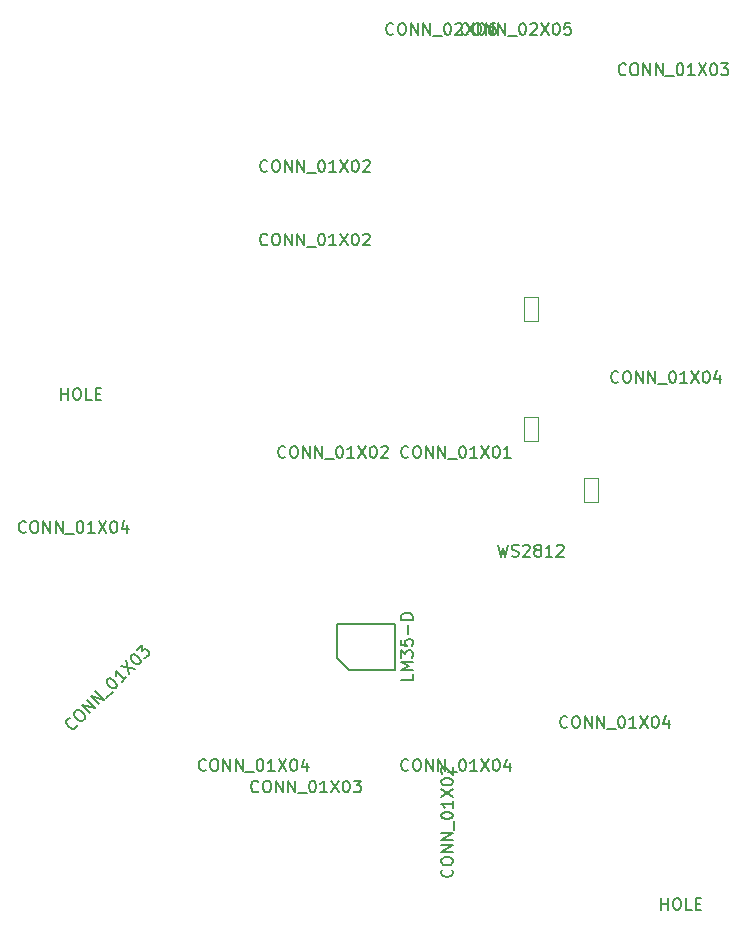
<source format=gbr>
G04 #@! TF.GenerationSoftware,KiCad,Pcbnew,5.0.0-rc2*
G04 #@! TF.CreationDate,2018-12-02T13:55:14-05:00*
G04 #@! TF.ProjectId,uno,756E6F2E6B696361645F706362000000,v1.0*
G04 #@! TF.SameCoordinates,Original*
G04 #@! TF.FileFunction,Other,Fab,Top*
%FSLAX46Y46*%
G04 Gerber Fmt 4.6, Leading zero omitted, Abs format (unit mm)*
G04 Created by KiCad (PCBNEW 5.0.0-rc2) date Sun Dec  2 13:55:14 2018*
%MOMM*%
%LPD*%
G01*
G04 APERTURE LIST*
%ADD10C,0.150000*%
%ADD11C,0.100000*%
G04 APERTURE END LIST*
D10*
G04 #@! TO.C,U6*
X57240000Y-85405000D02*
X57240000Y-82505000D01*
X57240000Y-82505000D02*
X62140000Y-82505000D01*
X62140000Y-82505000D02*
X62140000Y-86405000D01*
X62140000Y-86405000D02*
X58240000Y-86405000D01*
X58240000Y-86405000D02*
X57240000Y-85405000D01*
D11*
G04 #@! TO.C,C1*
X78115000Y-72200000D02*
X78115000Y-70200000D01*
X78115000Y-70200000D02*
X79365000Y-70200000D01*
X79365000Y-70200000D02*
X79365000Y-72200000D01*
X79365000Y-72200000D02*
X78115000Y-72200000D01*
G04 #@! TO.C,R1*
X73035000Y-65040000D02*
X74285000Y-65040000D01*
X73035000Y-67040000D02*
X73035000Y-65040000D01*
X74285000Y-67040000D02*
X73035000Y-67040000D01*
X74285000Y-65040000D02*
X74285000Y-67040000D01*
G04 #@! TO.C,R2*
X73035000Y-54880000D02*
X74285000Y-54880000D01*
X73035000Y-56880000D02*
X73035000Y-54880000D01*
X74285000Y-56880000D02*
X73035000Y-56880000D01*
X74285000Y-54880000D02*
X74285000Y-56880000D01*
G04 #@! TD*
G04 #@! TO.C,P1*
D10*
X63286190Y-94897142D02*
X63238571Y-94944761D01*
X63095714Y-94992380D01*
X63000476Y-94992380D01*
X62857619Y-94944761D01*
X62762380Y-94849523D01*
X62714761Y-94754285D01*
X62667142Y-94563809D01*
X62667142Y-94420952D01*
X62714761Y-94230476D01*
X62762380Y-94135238D01*
X62857619Y-94040000D01*
X63000476Y-93992380D01*
X63095714Y-93992380D01*
X63238571Y-94040000D01*
X63286190Y-94087619D01*
X63905238Y-93992380D02*
X64095714Y-93992380D01*
X64190952Y-94040000D01*
X64286190Y-94135238D01*
X64333809Y-94325714D01*
X64333809Y-94659047D01*
X64286190Y-94849523D01*
X64190952Y-94944761D01*
X64095714Y-94992380D01*
X63905238Y-94992380D01*
X63809999Y-94944761D01*
X63714761Y-94849523D01*
X63667142Y-94659047D01*
X63667142Y-94325714D01*
X63714761Y-94135238D01*
X63809999Y-94040000D01*
X63905238Y-93992380D01*
X64762380Y-94992380D02*
X64762380Y-93992380D01*
X65333809Y-94992380D01*
X65333809Y-93992380D01*
X65809999Y-94992380D02*
X65809999Y-93992380D01*
X66381428Y-94992380D01*
X66381428Y-93992380D01*
X66619523Y-95087619D02*
X67381428Y-95087619D01*
X67809999Y-93992380D02*
X67905238Y-93992380D01*
X68000476Y-94040000D01*
X68048095Y-94087619D01*
X68095714Y-94182857D01*
X68143333Y-94373333D01*
X68143333Y-94611428D01*
X68095714Y-94801904D01*
X68048095Y-94897142D01*
X68000476Y-94944761D01*
X67905238Y-94992380D01*
X67809999Y-94992380D01*
X67714761Y-94944761D01*
X67667142Y-94897142D01*
X67619523Y-94801904D01*
X67571904Y-94611428D01*
X67571904Y-94373333D01*
X67619523Y-94182857D01*
X67667142Y-94087619D01*
X67714761Y-94040000D01*
X67809999Y-93992380D01*
X69095714Y-94992380D02*
X68524285Y-94992380D01*
X68809999Y-94992380D02*
X68809999Y-93992380D01*
X68714761Y-94135238D01*
X68619523Y-94230476D01*
X68524285Y-94278095D01*
X69429047Y-93992380D02*
X70095714Y-94992380D01*
X70095714Y-93992380D02*
X69429047Y-94992380D01*
X70667142Y-93992380D02*
X70762380Y-93992380D01*
X70857619Y-94040000D01*
X70905238Y-94087619D01*
X70952857Y-94182857D01*
X71000476Y-94373333D01*
X71000476Y-94611428D01*
X70952857Y-94801904D01*
X70905238Y-94897142D01*
X70857619Y-94944761D01*
X70762380Y-94992380D01*
X70667142Y-94992380D01*
X70571904Y-94944761D01*
X70524285Y-94897142D01*
X70476666Y-94801904D01*
X70429047Y-94611428D01*
X70429047Y-94373333D01*
X70476666Y-94182857D01*
X70524285Y-94087619D01*
X70571904Y-94040000D01*
X70667142Y-93992380D01*
X71857619Y-94325714D02*
X71857619Y-94992380D01*
X71619523Y-93944761D02*
X71381428Y-94659047D01*
X72000476Y-94659047D01*
G04 #@! TO.C,U2*
X84693333Y-106751380D02*
X84693333Y-105751380D01*
X84693333Y-106227571D02*
X85264761Y-106227571D01*
X85264761Y-106751380D02*
X85264761Y-105751380D01*
X85931428Y-105751380D02*
X86121904Y-105751380D01*
X86217142Y-105799000D01*
X86312380Y-105894238D01*
X86359999Y-106084714D01*
X86359999Y-106418047D01*
X86312380Y-106608523D01*
X86217142Y-106703761D01*
X86121904Y-106751380D01*
X85931428Y-106751380D01*
X85836190Y-106703761D01*
X85740952Y-106608523D01*
X85693333Y-106418047D01*
X85693333Y-106084714D01*
X85740952Y-105894238D01*
X85836190Y-105799000D01*
X85931428Y-105751380D01*
X87264761Y-106751380D02*
X86788571Y-106751380D01*
X86788571Y-105751380D01*
X87598095Y-106227571D02*
X87931428Y-106227571D01*
X88074285Y-106751380D02*
X87598095Y-106751380D01*
X87598095Y-105751380D01*
X88074285Y-105751380D01*
G04 #@! TO.C,U3*
X33893333Y-63571380D02*
X33893333Y-62571380D01*
X33893333Y-63047571D02*
X34464761Y-63047571D01*
X34464761Y-63571380D02*
X34464761Y-62571380D01*
X35131428Y-62571380D02*
X35321904Y-62571380D01*
X35417142Y-62619000D01*
X35512380Y-62714238D01*
X35560000Y-62904714D01*
X35560000Y-63238047D01*
X35512380Y-63428523D01*
X35417142Y-63523761D01*
X35321904Y-63571380D01*
X35131428Y-63571380D01*
X35036190Y-63523761D01*
X34940952Y-63428523D01*
X34893333Y-63238047D01*
X34893333Y-62904714D01*
X34940952Y-62714238D01*
X35036190Y-62619000D01*
X35131428Y-62571380D01*
X36464761Y-63571380D02*
X35988571Y-63571380D01*
X35988571Y-62571380D01*
X36798095Y-63047571D02*
X37131428Y-63047571D01*
X37274285Y-63571380D02*
X36798095Y-63571380D01*
X36798095Y-62571380D01*
X37274285Y-62571380D01*
G04 #@! TO.C,LED1*
X70850476Y-75842380D02*
X71088571Y-76842380D01*
X71279047Y-76128095D01*
X71469523Y-76842380D01*
X71707619Y-75842380D01*
X72040952Y-76794761D02*
X72183809Y-76842380D01*
X72421904Y-76842380D01*
X72517142Y-76794761D01*
X72564761Y-76747142D01*
X72612380Y-76651904D01*
X72612380Y-76556666D01*
X72564761Y-76461428D01*
X72517142Y-76413809D01*
X72421904Y-76366190D01*
X72231428Y-76318571D01*
X72136190Y-76270952D01*
X72088571Y-76223333D01*
X72040952Y-76128095D01*
X72040952Y-76032857D01*
X72088571Y-75937619D01*
X72136190Y-75890000D01*
X72231428Y-75842380D01*
X72469523Y-75842380D01*
X72612380Y-75890000D01*
X72993333Y-75937619D02*
X73040952Y-75890000D01*
X73136190Y-75842380D01*
X73374285Y-75842380D01*
X73469523Y-75890000D01*
X73517142Y-75937619D01*
X73564761Y-76032857D01*
X73564761Y-76128095D01*
X73517142Y-76270952D01*
X72945714Y-76842380D01*
X73564761Y-76842380D01*
X74136190Y-76270952D02*
X74040952Y-76223333D01*
X73993333Y-76175714D01*
X73945714Y-76080476D01*
X73945714Y-76032857D01*
X73993333Y-75937619D01*
X74040952Y-75890000D01*
X74136190Y-75842380D01*
X74326666Y-75842380D01*
X74421904Y-75890000D01*
X74469523Y-75937619D01*
X74517142Y-76032857D01*
X74517142Y-76080476D01*
X74469523Y-76175714D01*
X74421904Y-76223333D01*
X74326666Y-76270952D01*
X74136190Y-76270952D01*
X74040952Y-76318571D01*
X73993333Y-76366190D01*
X73945714Y-76461428D01*
X73945714Y-76651904D01*
X73993333Y-76747142D01*
X74040952Y-76794761D01*
X74136190Y-76842380D01*
X74326666Y-76842380D01*
X74421904Y-76794761D01*
X74469523Y-76747142D01*
X74517142Y-76651904D01*
X74517142Y-76461428D01*
X74469523Y-76366190D01*
X74421904Y-76318571D01*
X74326666Y-76270952D01*
X75469523Y-76842380D02*
X74898095Y-76842380D01*
X75183809Y-76842380D02*
X75183809Y-75842380D01*
X75088571Y-75985238D01*
X74993333Y-76080476D01*
X74898095Y-76128095D01*
X75850476Y-75937619D02*
X75898095Y-75890000D01*
X75993333Y-75842380D01*
X76231428Y-75842380D01*
X76326666Y-75890000D01*
X76374285Y-75937619D01*
X76421904Y-76032857D01*
X76421904Y-76128095D01*
X76374285Y-76270952D01*
X75802857Y-76842380D01*
X76421904Y-76842380D01*
G04 #@! TO.C,P2*
X68366190Y-32563142D02*
X68318571Y-32610761D01*
X68175714Y-32658380D01*
X68080476Y-32658380D01*
X67937619Y-32610761D01*
X67842380Y-32515523D01*
X67794761Y-32420285D01*
X67747142Y-32229809D01*
X67747142Y-32086952D01*
X67794761Y-31896476D01*
X67842380Y-31801238D01*
X67937619Y-31706000D01*
X68080476Y-31658380D01*
X68175714Y-31658380D01*
X68318571Y-31706000D01*
X68366190Y-31753619D01*
X68985238Y-31658380D02*
X69175714Y-31658380D01*
X69270952Y-31706000D01*
X69366190Y-31801238D01*
X69413809Y-31991714D01*
X69413809Y-32325047D01*
X69366190Y-32515523D01*
X69270952Y-32610761D01*
X69175714Y-32658380D01*
X68985238Y-32658380D01*
X68890000Y-32610761D01*
X68794761Y-32515523D01*
X68747142Y-32325047D01*
X68747142Y-31991714D01*
X68794761Y-31801238D01*
X68890000Y-31706000D01*
X68985238Y-31658380D01*
X69842380Y-32658380D02*
X69842380Y-31658380D01*
X70413809Y-32658380D01*
X70413809Y-31658380D01*
X70890000Y-32658380D02*
X70890000Y-31658380D01*
X71461428Y-32658380D01*
X71461428Y-31658380D01*
X71699523Y-32753619D02*
X72461428Y-32753619D01*
X72890000Y-31658380D02*
X72985238Y-31658380D01*
X73080476Y-31706000D01*
X73128095Y-31753619D01*
X73175714Y-31848857D01*
X73223333Y-32039333D01*
X73223333Y-32277428D01*
X73175714Y-32467904D01*
X73128095Y-32563142D01*
X73080476Y-32610761D01*
X72985238Y-32658380D01*
X72890000Y-32658380D01*
X72794761Y-32610761D01*
X72747142Y-32563142D01*
X72699523Y-32467904D01*
X72651904Y-32277428D01*
X72651904Y-32039333D01*
X72699523Y-31848857D01*
X72747142Y-31753619D01*
X72794761Y-31706000D01*
X72890000Y-31658380D01*
X73604285Y-31753619D02*
X73651904Y-31706000D01*
X73747142Y-31658380D01*
X73985238Y-31658380D01*
X74080476Y-31706000D01*
X74128095Y-31753619D01*
X74175714Y-31848857D01*
X74175714Y-31944095D01*
X74128095Y-32086952D01*
X73556666Y-32658380D01*
X74175714Y-32658380D01*
X74509047Y-31658380D02*
X75175714Y-32658380D01*
X75175714Y-31658380D02*
X74509047Y-32658380D01*
X75747142Y-31658380D02*
X75842380Y-31658380D01*
X75937619Y-31706000D01*
X75985238Y-31753619D01*
X76032857Y-31848857D01*
X76080476Y-32039333D01*
X76080476Y-32277428D01*
X76032857Y-32467904D01*
X75985238Y-32563142D01*
X75937619Y-32610761D01*
X75842380Y-32658380D01*
X75747142Y-32658380D01*
X75651904Y-32610761D01*
X75604285Y-32563142D01*
X75556666Y-32467904D01*
X75509047Y-32277428D01*
X75509047Y-32039333D01*
X75556666Y-31848857D01*
X75604285Y-31753619D01*
X75651904Y-31706000D01*
X75747142Y-31658380D01*
X76985238Y-31658380D02*
X76509047Y-31658380D01*
X76461428Y-32134571D01*
X76509047Y-32086952D01*
X76604285Y-32039333D01*
X76842380Y-32039333D01*
X76937619Y-32086952D01*
X76985238Y-32134571D01*
X77032857Y-32229809D01*
X77032857Y-32467904D01*
X76985238Y-32563142D01*
X76937619Y-32610761D01*
X76842380Y-32658380D01*
X76604285Y-32658380D01*
X76509047Y-32610761D01*
X76461428Y-32563142D01*
G04 #@! TO.C,P3*
X51348190Y-50395142D02*
X51300571Y-50442761D01*
X51157714Y-50490380D01*
X51062476Y-50490380D01*
X50919619Y-50442761D01*
X50824380Y-50347523D01*
X50776761Y-50252285D01*
X50729142Y-50061809D01*
X50729142Y-49918952D01*
X50776761Y-49728476D01*
X50824380Y-49633238D01*
X50919619Y-49538000D01*
X51062476Y-49490380D01*
X51157714Y-49490380D01*
X51300571Y-49538000D01*
X51348190Y-49585619D01*
X51967238Y-49490380D02*
X52157714Y-49490380D01*
X52252952Y-49538000D01*
X52348190Y-49633238D01*
X52395809Y-49823714D01*
X52395809Y-50157047D01*
X52348190Y-50347523D01*
X52252952Y-50442761D01*
X52157714Y-50490380D01*
X51967238Y-50490380D01*
X51871999Y-50442761D01*
X51776761Y-50347523D01*
X51729142Y-50157047D01*
X51729142Y-49823714D01*
X51776761Y-49633238D01*
X51871999Y-49538000D01*
X51967238Y-49490380D01*
X52824380Y-50490380D02*
X52824380Y-49490380D01*
X53395809Y-50490380D01*
X53395809Y-49490380D01*
X53871999Y-50490380D02*
X53871999Y-49490380D01*
X54443428Y-50490380D01*
X54443428Y-49490380D01*
X54681523Y-50585619D02*
X55443428Y-50585619D01*
X55871999Y-49490380D02*
X55967238Y-49490380D01*
X56062476Y-49538000D01*
X56110095Y-49585619D01*
X56157714Y-49680857D01*
X56205333Y-49871333D01*
X56205333Y-50109428D01*
X56157714Y-50299904D01*
X56110095Y-50395142D01*
X56062476Y-50442761D01*
X55967238Y-50490380D01*
X55871999Y-50490380D01*
X55776761Y-50442761D01*
X55729142Y-50395142D01*
X55681523Y-50299904D01*
X55633904Y-50109428D01*
X55633904Y-49871333D01*
X55681523Y-49680857D01*
X55729142Y-49585619D01*
X55776761Y-49538000D01*
X55871999Y-49490380D01*
X57157714Y-50490380D02*
X56586285Y-50490380D01*
X56871999Y-50490380D02*
X56871999Y-49490380D01*
X56776761Y-49633238D01*
X56681523Y-49728476D01*
X56586285Y-49776095D01*
X57491047Y-49490380D02*
X58157714Y-50490380D01*
X58157714Y-49490380D02*
X57491047Y-50490380D01*
X58729142Y-49490380D02*
X58824380Y-49490380D01*
X58919619Y-49538000D01*
X58967238Y-49585619D01*
X59014857Y-49680857D01*
X59062476Y-49871333D01*
X59062476Y-50109428D01*
X59014857Y-50299904D01*
X58967238Y-50395142D01*
X58919619Y-50442761D01*
X58824380Y-50490380D01*
X58729142Y-50490380D01*
X58633904Y-50442761D01*
X58586285Y-50395142D01*
X58538666Y-50299904D01*
X58491047Y-50109428D01*
X58491047Y-49871333D01*
X58538666Y-49680857D01*
X58586285Y-49585619D01*
X58633904Y-49538000D01*
X58729142Y-49490380D01*
X59443428Y-49585619D02*
X59491047Y-49538000D01*
X59586285Y-49490380D01*
X59824380Y-49490380D01*
X59919619Y-49538000D01*
X59967238Y-49585619D01*
X60014857Y-49680857D01*
X60014857Y-49776095D01*
X59967238Y-49918952D01*
X59395809Y-50490380D01*
X60014857Y-50490380D01*
G04 #@! TO.C,P4*
X51348190Y-44173642D02*
X51300571Y-44221261D01*
X51157714Y-44268880D01*
X51062476Y-44268880D01*
X50919619Y-44221261D01*
X50824380Y-44126023D01*
X50776761Y-44030785D01*
X50729142Y-43840309D01*
X50729142Y-43697452D01*
X50776761Y-43506976D01*
X50824380Y-43411738D01*
X50919619Y-43316500D01*
X51062476Y-43268880D01*
X51157714Y-43268880D01*
X51300571Y-43316500D01*
X51348190Y-43364119D01*
X51967238Y-43268880D02*
X52157714Y-43268880D01*
X52252952Y-43316500D01*
X52348190Y-43411738D01*
X52395809Y-43602214D01*
X52395809Y-43935547D01*
X52348190Y-44126023D01*
X52252952Y-44221261D01*
X52157714Y-44268880D01*
X51967238Y-44268880D01*
X51871999Y-44221261D01*
X51776761Y-44126023D01*
X51729142Y-43935547D01*
X51729142Y-43602214D01*
X51776761Y-43411738D01*
X51871999Y-43316500D01*
X51967238Y-43268880D01*
X52824380Y-44268880D02*
X52824380Y-43268880D01*
X53395809Y-44268880D01*
X53395809Y-43268880D01*
X53871999Y-44268880D02*
X53871999Y-43268880D01*
X54443428Y-44268880D01*
X54443428Y-43268880D01*
X54681523Y-44364119D02*
X55443428Y-44364119D01*
X55871999Y-43268880D02*
X55967238Y-43268880D01*
X56062476Y-43316500D01*
X56110095Y-43364119D01*
X56157714Y-43459357D01*
X56205333Y-43649833D01*
X56205333Y-43887928D01*
X56157714Y-44078404D01*
X56110095Y-44173642D01*
X56062476Y-44221261D01*
X55967238Y-44268880D01*
X55871999Y-44268880D01*
X55776761Y-44221261D01*
X55729142Y-44173642D01*
X55681523Y-44078404D01*
X55633904Y-43887928D01*
X55633904Y-43649833D01*
X55681523Y-43459357D01*
X55729142Y-43364119D01*
X55776761Y-43316500D01*
X55871999Y-43268880D01*
X57157714Y-44268880D02*
X56586285Y-44268880D01*
X56871999Y-44268880D02*
X56871999Y-43268880D01*
X56776761Y-43411738D01*
X56681523Y-43506976D01*
X56586285Y-43554595D01*
X57491047Y-43268880D02*
X58157714Y-44268880D01*
X58157714Y-43268880D02*
X57491047Y-44268880D01*
X58729142Y-43268880D02*
X58824380Y-43268880D01*
X58919619Y-43316500D01*
X58967238Y-43364119D01*
X59014857Y-43459357D01*
X59062476Y-43649833D01*
X59062476Y-43887928D01*
X59014857Y-44078404D01*
X58967238Y-44173642D01*
X58919619Y-44221261D01*
X58824380Y-44268880D01*
X58729142Y-44268880D01*
X58633904Y-44221261D01*
X58586285Y-44173642D01*
X58538666Y-44078404D01*
X58491047Y-43887928D01*
X58491047Y-43649833D01*
X58538666Y-43459357D01*
X58586285Y-43364119D01*
X58633904Y-43316500D01*
X58729142Y-43268880D01*
X59443428Y-43364119D02*
X59491047Y-43316500D01*
X59586285Y-43268880D01*
X59824380Y-43268880D01*
X59919619Y-43316500D01*
X59967238Y-43364119D01*
X60014857Y-43459357D01*
X60014857Y-43554595D01*
X59967238Y-43697452D01*
X59395809Y-44268880D01*
X60014857Y-44268880D01*
G04 #@! TO.C,P5*
X46141190Y-94897142D02*
X46093571Y-94944761D01*
X45950714Y-94992380D01*
X45855476Y-94992380D01*
X45712619Y-94944761D01*
X45617380Y-94849523D01*
X45569761Y-94754285D01*
X45522142Y-94563809D01*
X45522142Y-94420952D01*
X45569761Y-94230476D01*
X45617380Y-94135238D01*
X45712619Y-94040000D01*
X45855476Y-93992380D01*
X45950714Y-93992380D01*
X46093571Y-94040000D01*
X46141190Y-94087619D01*
X46760238Y-93992380D02*
X46950714Y-93992380D01*
X47045952Y-94040000D01*
X47141190Y-94135238D01*
X47188809Y-94325714D01*
X47188809Y-94659047D01*
X47141190Y-94849523D01*
X47045952Y-94944761D01*
X46950714Y-94992380D01*
X46760238Y-94992380D01*
X46664999Y-94944761D01*
X46569761Y-94849523D01*
X46522142Y-94659047D01*
X46522142Y-94325714D01*
X46569761Y-94135238D01*
X46664999Y-94040000D01*
X46760238Y-93992380D01*
X47617380Y-94992380D02*
X47617380Y-93992380D01*
X48188809Y-94992380D01*
X48188809Y-93992380D01*
X48664999Y-94992380D02*
X48664999Y-93992380D01*
X49236428Y-94992380D01*
X49236428Y-93992380D01*
X49474523Y-95087619D02*
X50236428Y-95087619D01*
X50664999Y-93992380D02*
X50760238Y-93992380D01*
X50855476Y-94040000D01*
X50903095Y-94087619D01*
X50950714Y-94182857D01*
X50998333Y-94373333D01*
X50998333Y-94611428D01*
X50950714Y-94801904D01*
X50903095Y-94897142D01*
X50855476Y-94944761D01*
X50760238Y-94992380D01*
X50664999Y-94992380D01*
X50569761Y-94944761D01*
X50522142Y-94897142D01*
X50474523Y-94801904D01*
X50426904Y-94611428D01*
X50426904Y-94373333D01*
X50474523Y-94182857D01*
X50522142Y-94087619D01*
X50569761Y-94040000D01*
X50664999Y-93992380D01*
X51950714Y-94992380D02*
X51379285Y-94992380D01*
X51664999Y-94992380D02*
X51664999Y-93992380D01*
X51569761Y-94135238D01*
X51474523Y-94230476D01*
X51379285Y-94278095D01*
X52284047Y-93992380D02*
X52950714Y-94992380D01*
X52950714Y-93992380D02*
X52284047Y-94992380D01*
X53522142Y-93992380D02*
X53617380Y-93992380D01*
X53712619Y-94040000D01*
X53760238Y-94087619D01*
X53807857Y-94182857D01*
X53855476Y-94373333D01*
X53855476Y-94611428D01*
X53807857Y-94801904D01*
X53760238Y-94897142D01*
X53712619Y-94944761D01*
X53617380Y-94992380D01*
X53522142Y-94992380D01*
X53426904Y-94944761D01*
X53379285Y-94897142D01*
X53331666Y-94801904D01*
X53284047Y-94611428D01*
X53284047Y-94373333D01*
X53331666Y-94182857D01*
X53379285Y-94087619D01*
X53426904Y-94040000D01*
X53522142Y-93992380D01*
X54712619Y-94325714D02*
X54712619Y-94992380D01*
X54474523Y-93944761D02*
X54236428Y-94659047D01*
X54855476Y-94659047D01*
G04 #@! TO.C,P6*
X63286190Y-68377142D02*
X63238571Y-68424761D01*
X63095714Y-68472380D01*
X63000476Y-68472380D01*
X62857619Y-68424761D01*
X62762380Y-68329523D01*
X62714761Y-68234285D01*
X62667142Y-68043809D01*
X62667142Y-67900952D01*
X62714761Y-67710476D01*
X62762380Y-67615238D01*
X62857619Y-67520000D01*
X63000476Y-67472380D01*
X63095714Y-67472380D01*
X63238571Y-67520000D01*
X63286190Y-67567619D01*
X63905238Y-67472380D02*
X64095714Y-67472380D01*
X64190952Y-67520000D01*
X64286190Y-67615238D01*
X64333809Y-67805714D01*
X64333809Y-68139047D01*
X64286190Y-68329523D01*
X64190952Y-68424761D01*
X64095714Y-68472380D01*
X63905238Y-68472380D01*
X63809999Y-68424761D01*
X63714761Y-68329523D01*
X63667142Y-68139047D01*
X63667142Y-67805714D01*
X63714761Y-67615238D01*
X63809999Y-67520000D01*
X63905238Y-67472380D01*
X64762380Y-68472380D02*
X64762380Y-67472380D01*
X65333809Y-68472380D01*
X65333809Y-67472380D01*
X65809999Y-68472380D02*
X65809999Y-67472380D01*
X66381428Y-68472380D01*
X66381428Y-67472380D01*
X66619523Y-68567619D02*
X67381428Y-68567619D01*
X67809999Y-67472380D02*
X67905238Y-67472380D01*
X68000476Y-67520000D01*
X68048095Y-67567619D01*
X68095714Y-67662857D01*
X68143333Y-67853333D01*
X68143333Y-68091428D01*
X68095714Y-68281904D01*
X68048095Y-68377142D01*
X68000476Y-68424761D01*
X67905238Y-68472380D01*
X67809999Y-68472380D01*
X67714761Y-68424761D01*
X67667142Y-68377142D01*
X67619523Y-68281904D01*
X67571904Y-68091428D01*
X67571904Y-67853333D01*
X67619523Y-67662857D01*
X67667142Y-67567619D01*
X67714761Y-67520000D01*
X67809999Y-67472380D01*
X69095714Y-68472380D02*
X68524285Y-68472380D01*
X68809999Y-68472380D02*
X68809999Y-67472380D01*
X68714761Y-67615238D01*
X68619523Y-67710476D01*
X68524285Y-67758095D01*
X69429047Y-67472380D02*
X70095714Y-68472380D01*
X70095714Y-67472380D02*
X69429047Y-68472380D01*
X70667142Y-67472380D02*
X70762380Y-67472380D01*
X70857619Y-67520000D01*
X70905238Y-67567619D01*
X70952857Y-67662857D01*
X71000476Y-67853333D01*
X71000476Y-68091428D01*
X70952857Y-68281904D01*
X70905238Y-68377142D01*
X70857619Y-68424761D01*
X70762380Y-68472380D01*
X70667142Y-68472380D01*
X70571904Y-68424761D01*
X70524285Y-68377142D01*
X70476666Y-68281904D01*
X70429047Y-68091428D01*
X70429047Y-67853333D01*
X70476666Y-67662857D01*
X70524285Y-67567619D01*
X70571904Y-67520000D01*
X70667142Y-67472380D01*
X71952857Y-68472380D02*
X71381428Y-68472380D01*
X71667142Y-68472380D02*
X71667142Y-67472380D01*
X71571904Y-67615238D01*
X71476666Y-67710476D01*
X71381428Y-67758095D01*
G04 #@! TO.C,P7*
X62016190Y-32563142D02*
X61968571Y-32610761D01*
X61825714Y-32658380D01*
X61730476Y-32658380D01*
X61587619Y-32610761D01*
X61492380Y-32515523D01*
X61444761Y-32420285D01*
X61397142Y-32229809D01*
X61397142Y-32086952D01*
X61444761Y-31896476D01*
X61492380Y-31801238D01*
X61587619Y-31706000D01*
X61730476Y-31658380D01*
X61825714Y-31658380D01*
X61968571Y-31706000D01*
X62016190Y-31753619D01*
X62635238Y-31658380D02*
X62825714Y-31658380D01*
X62920952Y-31706000D01*
X63016190Y-31801238D01*
X63063809Y-31991714D01*
X63063809Y-32325047D01*
X63016190Y-32515523D01*
X62920952Y-32610761D01*
X62825714Y-32658380D01*
X62635238Y-32658380D01*
X62539999Y-32610761D01*
X62444761Y-32515523D01*
X62397142Y-32325047D01*
X62397142Y-31991714D01*
X62444761Y-31801238D01*
X62539999Y-31706000D01*
X62635238Y-31658380D01*
X63492380Y-32658380D02*
X63492380Y-31658380D01*
X64063809Y-32658380D01*
X64063809Y-31658380D01*
X64539999Y-32658380D02*
X64539999Y-31658380D01*
X65111428Y-32658380D01*
X65111428Y-31658380D01*
X65349523Y-32753619D02*
X66111428Y-32753619D01*
X66539999Y-31658380D02*
X66635238Y-31658380D01*
X66730476Y-31706000D01*
X66778095Y-31753619D01*
X66825714Y-31848857D01*
X66873333Y-32039333D01*
X66873333Y-32277428D01*
X66825714Y-32467904D01*
X66778095Y-32563142D01*
X66730476Y-32610761D01*
X66635238Y-32658380D01*
X66539999Y-32658380D01*
X66444761Y-32610761D01*
X66397142Y-32563142D01*
X66349523Y-32467904D01*
X66301904Y-32277428D01*
X66301904Y-32039333D01*
X66349523Y-31848857D01*
X66397142Y-31753619D01*
X66444761Y-31706000D01*
X66539999Y-31658380D01*
X67254285Y-31753619D02*
X67301904Y-31706000D01*
X67397142Y-31658380D01*
X67635238Y-31658380D01*
X67730476Y-31706000D01*
X67778095Y-31753619D01*
X67825714Y-31848857D01*
X67825714Y-31944095D01*
X67778095Y-32086952D01*
X67206666Y-32658380D01*
X67825714Y-32658380D01*
X68159047Y-31658380D02*
X68825714Y-32658380D01*
X68825714Y-31658380D02*
X68159047Y-32658380D01*
X69397142Y-31658380D02*
X69492380Y-31658380D01*
X69587619Y-31706000D01*
X69635238Y-31753619D01*
X69682857Y-31848857D01*
X69730476Y-32039333D01*
X69730476Y-32277428D01*
X69682857Y-32467904D01*
X69635238Y-32563142D01*
X69587619Y-32610761D01*
X69492380Y-32658380D01*
X69397142Y-32658380D01*
X69301904Y-32610761D01*
X69254285Y-32563142D01*
X69206666Y-32467904D01*
X69159047Y-32277428D01*
X69159047Y-32039333D01*
X69206666Y-31848857D01*
X69254285Y-31753619D01*
X69301904Y-31706000D01*
X69397142Y-31658380D01*
X70587619Y-31658380D02*
X70397142Y-31658380D01*
X70301904Y-31706000D01*
X70254285Y-31753619D01*
X70159047Y-31896476D01*
X70111428Y-32086952D01*
X70111428Y-32467904D01*
X70159047Y-32563142D01*
X70206666Y-32610761D01*
X70301904Y-32658380D01*
X70492380Y-32658380D01*
X70587619Y-32610761D01*
X70635238Y-32563142D01*
X70682857Y-32467904D01*
X70682857Y-32229809D01*
X70635238Y-32134571D01*
X70587619Y-32086952D01*
X70492380Y-32039333D01*
X70301904Y-32039333D01*
X70206666Y-32086952D01*
X70159047Y-32134571D01*
X70111428Y-32229809D01*
G04 #@! TO.C,P8*
X35220244Y-91075770D02*
X35220244Y-91143113D01*
X35152900Y-91277800D01*
X35085557Y-91345144D01*
X34950870Y-91412487D01*
X34816183Y-91412487D01*
X34715167Y-91378815D01*
X34546809Y-91277800D01*
X34445793Y-91176785D01*
X34344778Y-91008426D01*
X34311106Y-90907411D01*
X34311106Y-90772724D01*
X34378450Y-90638037D01*
X34445793Y-90570693D01*
X34580480Y-90503350D01*
X34647824Y-90503350D01*
X35018213Y-89998274D02*
X35152900Y-89863587D01*
X35253915Y-89829915D01*
X35388602Y-89829915D01*
X35556961Y-89930930D01*
X35792663Y-90166632D01*
X35893679Y-90334991D01*
X35893679Y-90469678D01*
X35860007Y-90570693D01*
X35725320Y-90705380D01*
X35624305Y-90739052D01*
X35489618Y-90739052D01*
X35321259Y-90638037D01*
X35085557Y-90402335D01*
X34984541Y-90233976D01*
X34984541Y-90099289D01*
X35018213Y-89998274D01*
X36331411Y-90099289D02*
X35624305Y-89392182D01*
X36735472Y-89695228D01*
X36028366Y-88988121D01*
X37072190Y-89358510D02*
X36365083Y-88651404D01*
X37476251Y-88954449D01*
X36769144Y-88247343D01*
X37711953Y-88853434D02*
X38250701Y-88314686D01*
X37779297Y-87237190D02*
X37846640Y-87169846D01*
X37947656Y-87136175D01*
X38014999Y-87136175D01*
X38116014Y-87169846D01*
X38284373Y-87270862D01*
X38452732Y-87439220D01*
X38553747Y-87607579D01*
X38587419Y-87708594D01*
X38587419Y-87775938D01*
X38553747Y-87876953D01*
X38486404Y-87944297D01*
X38385388Y-87977968D01*
X38318045Y-87977968D01*
X38217030Y-87944297D01*
X38048671Y-87843281D01*
X37880312Y-87674923D01*
X37779297Y-87506564D01*
X37745625Y-87405549D01*
X37745625Y-87338205D01*
X37779297Y-87237190D01*
X39395541Y-87035159D02*
X38991480Y-87439220D01*
X39193510Y-87237190D02*
X38486404Y-86530083D01*
X38520075Y-86698442D01*
X38520075Y-86833129D01*
X38486404Y-86934144D01*
X38924136Y-86092350D02*
X40102648Y-86328053D01*
X39395541Y-85620946D02*
X39631243Y-86799457D01*
X39799602Y-85216885D02*
X39866945Y-85149541D01*
X39967961Y-85115870D01*
X40035304Y-85115870D01*
X40136319Y-85149541D01*
X40304678Y-85250557D01*
X40473037Y-85418915D01*
X40574052Y-85587274D01*
X40607724Y-85688289D01*
X40607724Y-85755633D01*
X40574052Y-85856648D01*
X40506709Y-85923992D01*
X40405693Y-85957663D01*
X40338350Y-85957663D01*
X40237335Y-85923992D01*
X40068976Y-85822976D01*
X39900617Y-85654618D01*
X39799602Y-85486259D01*
X39765930Y-85385244D01*
X39765930Y-85317900D01*
X39799602Y-85216885D01*
X40271006Y-84745480D02*
X40708739Y-84307748D01*
X40742411Y-84812824D01*
X40843426Y-84711809D01*
X40944441Y-84678137D01*
X41011785Y-84678137D01*
X41112800Y-84711809D01*
X41281159Y-84880167D01*
X41314831Y-84981183D01*
X41314831Y-85048526D01*
X41281159Y-85149541D01*
X41079128Y-85351572D01*
X40978113Y-85385244D01*
X40910770Y-85385244D01*
G04 #@! TO.C,P9*
X81701190Y-35992142D02*
X81653571Y-36039761D01*
X81510714Y-36087380D01*
X81415476Y-36087380D01*
X81272619Y-36039761D01*
X81177380Y-35944523D01*
X81129761Y-35849285D01*
X81082142Y-35658809D01*
X81082142Y-35515952D01*
X81129761Y-35325476D01*
X81177380Y-35230238D01*
X81272619Y-35135000D01*
X81415476Y-35087380D01*
X81510714Y-35087380D01*
X81653571Y-35135000D01*
X81701190Y-35182619D01*
X82320238Y-35087380D02*
X82510714Y-35087380D01*
X82605952Y-35135000D01*
X82701190Y-35230238D01*
X82748809Y-35420714D01*
X82748809Y-35754047D01*
X82701190Y-35944523D01*
X82605952Y-36039761D01*
X82510714Y-36087380D01*
X82320238Y-36087380D01*
X82225000Y-36039761D01*
X82129761Y-35944523D01*
X82082142Y-35754047D01*
X82082142Y-35420714D01*
X82129761Y-35230238D01*
X82225000Y-35135000D01*
X82320238Y-35087380D01*
X83177380Y-36087380D02*
X83177380Y-35087380D01*
X83748809Y-36087380D01*
X83748809Y-35087380D01*
X84225000Y-36087380D02*
X84225000Y-35087380D01*
X84796428Y-36087380D01*
X84796428Y-35087380D01*
X85034523Y-36182619D02*
X85796428Y-36182619D01*
X86225000Y-35087380D02*
X86320238Y-35087380D01*
X86415476Y-35135000D01*
X86463095Y-35182619D01*
X86510714Y-35277857D01*
X86558333Y-35468333D01*
X86558333Y-35706428D01*
X86510714Y-35896904D01*
X86463095Y-35992142D01*
X86415476Y-36039761D01*
X86320238Y-36087380D01*
X86225000Y-36087380D01*
X86129761Y-36039761D01*
X86082142Y-35992142D01*
X86034523Y-35896904D01*
X85986904Y-35706428D01*
X85986904Y-35468333D01*
X86034523Y-35277857D01*
X86082142Y-35182619D01*
X86129761Y-35135000D01*
X86225000Y-35087380D01*
X87510714Y-36087380D02*
X86939285Y-36087380D01*
X87225000Y-36087380D02*
X87225000Y-35087380D01*
X87129761Y-35230238D01*
X87034523Y-35325476D01*
X86939285Y-35373095D01*
X87844047Y-35087380D02*
X88510714Y-36087380D01*
X88510714Y-35087380D02*
X87844047Y-36087380D01*
X89082142Y-35087380D02*
X89177380Y-35087380D01*
X89272619Y-35135000D01*
X89320238Y-35182619D01*
X89367857Y-35277857D01*
X89415476Y-35468333D01*
X89415476Y-35706428D01*
X89367857Y-35896904D01*
X89320238Y-35992142D01*
X89272619Y-36039761D01*
X89177380Y-36087380D01*
X89082142Y-36087380D01*
X88986904Y-36039761D01*
X88939285Y-35992142D01*
X88891666Y-35896904D01*
X88844047Y-35706428D01*
X88844047Y-35468333D01*
X88891666Y-35277857D01*
X88939285Y-35182619D01*
X88986904Y-35135000D01*
X89082142Y-35087380D01*
X89748809Y-35087380D02*
X90367857Y-35087380D01*
X90034523Y-35468333D01*
X90177380Y-35468333D01*
X90272619Y-35515952D01*
X90320238Y-35563571D01*
X90367857Y-35658809D01*
X90367857Y-35896904D01*
X90320238Y-35992142D01*
X90272619Y-36039761D01*
X90177380Y-36087380D01*
X89891666Y-36087380D01*
X89796428Y-36039761D01*
X89748809Y-35992142D01*
G04 #@! TO.C,P10*
X50586190Y-96702142D02*
X50538571Y-96749761D01*
X50395714Y-96797380D01*
X50300476Y-96797380D01*
X50157619Y-96749761D01*
X50062380Y-96654523D01*
X50014761Y-96559285D01*
X49967142Y-96368809D01*
X49967142Y-96225952D01*
X50014761Y-96035476D01*
X50062380Y-95940238D01*
X50157619Y-95845000D01*
X50300476Y-95797380D01*
X50395714Y-95797380D01*
X50538571Y-95845000D01*
X50586190Y-95892619D01*
X51205238Y-95797380D02*
X51395714Y-95797380D01*
X51490952Y-95845000D01*
X51586190Y-95940238D01*
X51633809Y-96130714D01*
X51633809Y-96464047D01*
X51586190Y-96654523D01*
X51490952Y-96749761D01*
X51395714Y-96797380D01*
X51205238Y-96797380D01*
X51109999Y-96749761D01*
X51014761Y-96654523D01*
X50967142Y-96464047D01*
X50967142Y-96130714D01*
X51014761Y-95940238D01*
X51109999Y-95845000D01*
X51205238Y-95797380D01*
X52062380Y-96797380D02*
X52062380Y-95797380D01*
X52633809Y-96797380D01*
X52633809Y-95797380D01*
X53109999Y-96797380D02*
X53109999Y-95797380D01*
X53681428Y-96797380D01*
X53681428Y-95797380D01*
X53919523Y-96892619D02*
X54681428Y-96892619D01*
X55109999Y-95797380D02*
X55205238Y-95797380D01*
X55300476Y-95845000D01*
X55348095Y-95892619D01*
X55395714Y-95987857D01*
X55443333Y-96178333D01*
X55443333Y-96416428D01*
X55395714Y-96606904D01*
X55348095Y-96702142D01*
X55300476Y-96749761D01*
X55205238Y-96797380D01*
X55109999Y-96797380D01*
X55014761Y-96749761D01*
X54967142Y-96702142D01*
X54919523Y-96606904D01*
X54871904Y-96416428D01*
X54871904Y-96178333D01*
X54919523Y-95987857D01*
X54967142Y-95892619D01*
X55014761Y-95845000D01*
X55109999Y-95797380D01*
X56395714Y-96797380D02*
X55824285Y-96797380D01*
X56109999Y-96797380D02*
X56109999Y-95797380D01*
X56014761Y-95940238D01*
X55919523Y-96035476D01*
X55824285Y-96083095D01*
X56729047Y-95797380D02*
X57395714Y-96797380D01*
X57395714Y-95797380D02*
X56729047Y-96797380D01*
X57967142Y-95797380D02*
X58062380Y-95797380D01*
X58157619Y-95845000D01*
X58205238Y-95892619D01*
X58252857Y-95987857D01*
X58300476Y-96178333D01*
X58300476Y-96416428D01*
X58252857Y-96606904D01*
X58205238Y-96702142D01*
X58157619Y-96749761D01*
X58062380Y-96797380D01*
X57967142Y-96797380D01*
X57871904Y-96749761D01*
X57824285Y-96702142D01*
X57776666Y-96606904D01*
X57729047Y-96416428D01*
X57729047Y-96178333D01*
X57776666Y-95987857D01*
X57824285Y-95892619D01*
X57871904Y-95845000D01*
X57967142Y-95797380D01*
X58633809Y-95797380D02*
X59252857Y-95797380D01*
X58919523Y-96178333D01*
X59062380Y-96178333D01*
X59157619Y-96225952D01*
X59205238Y-96273571D01*
X59252857Y-96368809D01*
X59252857Y-96606904D01*
X59205238Y-96702142D01*
X59157619Y-96749761D01*
X59062380Y-96797380D01*
X58776666Y-96797380D01*
X58681428Y-96749761D01*
X58633809Y-96702142D01*
G04 #@! TO.C,U6*
X63642380Y-86788333D02*
X63642380Y-87264523D01*
X62642380Y-87264523D01*
X63642380Y-86454999D02*
X62642380Y-86454999D01*
X63356666Y-86121666D01*
X62642380Y-85788333D01*
X63642380Y-85788333D01*
X62642380Y-85407380D02*
X62642380Y-84788333D01*
X63023333Y-85121666D01*
X63023333Y-84978809D01*
X63070952Y-84883571D01*
X63118571Y-84835952D01*
X63213809Y-84788333D01*
X63451904Y-84788333D01*
X63547142Y-84835952D01*
X63594761Y-84883571D01*
X63642380Y-84978809D01*
X63642380Y-85264523D01*
X63594761Y-85359761D01*
X63547142Y-85407380D01*
X62642380Y-83883571D02*
X62642380Y-84359761D01*
X63118571Y-84407380D01*
X63070952Y-84359761D01*
X63023333Y-84264523D01*
X63023333Y-84026428D01*
X63070952Y-83931190D01*
X63118571Y-83883571D01*
X63213809Y-83835952D01*
X63451904Y-83835952D01*
X63547142Y-83883571D01*
X63594761Y-83931190D01*
X63642380Y-84026428D01*
X63642380Y-84264523D01*
X63594761Y-84359761D01*
X63547142Y-84407380D01*
X63261428Y-83407380D02*
X63261428Y-82645476D01*
X63642380Y-82169285D02*
X62642380Y-82169285D01*
X62642380Y-81931190D01*
X62690000Y-81788333D01*
X62785238Y-81693095D01*
X62880476Y-81645476D01*
X63070952Y-81597857D01*
X63213809Y-81597857D01*
X63404285Y-81645476D01*
X63499523Y-81693095D01*
X63594761Y-81788333D01*
X63642380Y-81931190D01*
X63642380Y-82169285D01*
G04 #@! TO.C,P11*
X66957142Y-103337809D02*
X67004761Y-103385428D01*
X67052380Y-103528285D01*
X67052380Y-103623523D01*
X67004761Y-103766380D01*
X66909523Y-103861619D01*
X66814285Y-103909238D01*
X66623809Y-103956857D01*
X66480952Y-103956857D01*
X66290476Y-103909238D01*
X66195238Y-103861619D01*
X66099999Y-103766380D01*
X66052380Y-103623523D01*
X66052380Y-103528285D01*
X66099999Y-103385428D01*
X66147619Y-103337809D01*
X66052380Y-102718761D02*
X66052380Y-102528285D01*
X66099999Y-102433047D01*
X66195238Y-102337809D01*
X66385714Y-102290190D01*
X66719047Y-102290190D01*
X66909523Y-102337809D01*
X67004761Y-102433047D01*
X67052380Y-102528285D01*
X67052380Y-102718761D01*
X67004761Y-102814000D01*
X66909523Y-102909238D01*
X66719047Y-102956857D01*
X66385714Y-102956857D01*
X66195238Y-102909238D01*
X66099999Y-102814000D01*
X66052380Y-102718761D01*
X67052380Y-101861619D02*
X66052380Y-101861619D01*
X67052380Y-101290190D01*
X66052380Y-101290190D01*
X67052380Y-100814000D02*
X66052380Y-100814000D01*
X67052380Y-100242571D01*
X66052380Y-100242571D01*
X67147619Y-100004476D02*
X67147619Y-99242571D01*
X66052380Y-98814000D02*
X66052380Y-98718761D01*
X66100000Y-98623523D01*
X66147619Y-98575904D01*
X66242857Y-98528285D01*
X66433333Y-98480666D01*
X66671428Y-98480666D01*
X66861904Y-98528285D01*
X66957142Y-98575904D01*
X67004761Y-98623523D01*
X67052380Y-98718761D01*
X67052380Y-98814000D01*
X67004761Y-98909238D01*
X66957142Y-98956857D01*
X66861904Y-99004476D01*
X66671428Y-99052095D01*
X66433333Y-99052095D01*
X66242857Y-99004476D01*
X66147619Y-98956857D01*
X66100000Y-98909238D01*
X66052380Y-98814000D01*
X67052380Y-97528285D02*
X67052380Y-98099714D01*
X67052380Y-97814000D02*
X66052380Y-97814000D01*
X66195238Y-97909238D01*
X66290476Y-98004476D01*
X66338095Y-98099714D01*
X66052380Y-97194952D02*
X67052380Y-96528285D01*
X66052380Y-96528285D02*
X67052380Y-97194952D01*
X66052380Y-95956857D02*
X66052380Y-95861619D01*
X66100000Y-95766380D01*
X66147619Y-95718761D01*
X66242857Y-95671142D01*
X66433333Y-95623523D01*
X66671428Y-95623523D01*
X66861904Y-95671142D01*
X66957142Y-95718761D01*
X67004761Y-95766380D01*
X67052380Y-95861619D01*
X67052380Y-95956857D01*
X67004761Y-96052095D01*
X66957142Y-96099714D01*
X66861904Y-96147333D01*
X66671428Y-96194952D01*
X66433333Y-96194952D01*
X66242857Y-96147333D01*
X66147619Y-96099714D01*
X66100000Y-96052095D01*
X66052380Y-95956857D01*
X66147619Y-95242571D02*
X66100000Y-95194952D01*
X66052380Y-95099714D01*
X66052380Y-94861619D01*
X66100000Y-94766380D01*
X66147619Y-94718761D01*
X66242857Y-94671142D01*
X66338095Y-94671142D01*
X66480952Y-94718761D01*
X67052380Y-95290190D01*
X67052380Y-94671142D01*
G04 #@! TO.C,P12*
X52872190Y-68377142D02*
X52824571Y-68424761D01*
X52681714Y-68472380D01*
X52586476Y-68472380D01*
X52443619Y-68424761D01*
X52348380Y-68329523D01*
X52300761Y-68234285D01*
X52253142Y-68043809D01*
X52253142Y-67900952D01*
X52300761Y-67710476D01*
X52348380Y-67615238D01*
X52443619Y-67520000D01*
X52586476Y-67472380D01*
X52681714Y-67472380D01*
X52824571Y-67520000D01*
X52872190Y-67567619D01*
X53491238Y-67472380D02*
X53681714Y-67472380D01*
X53776952Y-67520000D01*
X53872190Y-67615238D01*
X53919809Y-67805714D01*
X53919809Y-68139047D01*
X53872190Y-68329523D01*
X53776952Y-68424761D01*
X53681714Y-68472380D01*
X53491238Y-68472380D01*
X53395999Y-68424761D01*
X53300761Y-68329523D01*
X53253142Y-68139047D01*
X53253142Y-67805714D01*
X53300761Y-67615238D01*
X53395999Y-67520000D01*
X53491238Y-67472380D01*
X54348380Y-68472380D02*
X54348380Y-67472380D01*
X54919809Y-68472380D01*
X54919809Y-67472380D01*
X55395999Y-68472380D02*
X55395999Y-67472380D01*
X55967428Y-68472380D01*
X55967428Y-67472380D01*
X56205523Y-68567619D02*
X56967428Y-68567619D01*
X57395999Y-67472380D02*
X57491238Y-67472380D01*
X57586476Y-67520000D01*
X57634095Y-67567619D01*
X57681714Y-67662857D01*
X57729333Y-67853333D01*
X57729333Y-68091428D01*
X57681714Y-68281904D01*
X57634095Y-68377142D01*
X57586476Y-68424761D01*
X57491238Y-68472380D01*
X57395999Y-68472380D01*
X57300761Y-68424761D01*
X57253142Y-68377142D01*
X57205523Y-68281904D01*
X57157904Y-68091428D01*
X57157904Y-67853333D01*
X57205523Y-67662857D01*
X57253142Y-67567619D01*
X57300761Y-67520000D01*
X57395999Y-67472380D01*
X58681714Y-68472380D02*
X58110285Y-68472380D01*
X58395999Y-68472380D02*
X58395999Y-67472380D01*
X58300761Y-67615238D01*
X58205523Y-67710476D01*
X58110285Y-67758095D01*
X59015047Y-67472380D02*
X59681714Y-68472380D01*
X59681714Y-67472380D02*
X59015047Y-68472380D01*
X60253142Y-67472380D02*
X60348380Y-67472380D01*
X60443619Y-67520000D01*
X60491238Y-67567619D01*
X60538857Y-67662857D01*
X60586476Y-67853333D01*
X60586476Y-68091428D01*
X60538857Y-68281904D01*
X60491238Y-68377142D01*
X60443619Y-68424761D01*
X60348380Y-68472380D01*
X60253142Y-68472380D01*
X60157904Y-68424761D01*
X60110285Y-68377142D01*
X60062666Y-68281904D01*
X60015047Y-68091428D01*
X60015047Y-67853333D01*
X60062666Y-67662857D01*
X60110285Y-67567619D01*
X60157904Y-67520000D01*
X60253142Y-67472380D01*
X60967428Y-67567619D02*
X61015047Y-67520000D01*
X61110285Y-67472380D01*
X61348380Y-67472380D01*
X61443619Y-67520000D01*
X61491238Y-67567619D01*
X61538857Y-67662857D01*
X61538857Y-67758095D01*
X61491238Y-67900952D01*
X60919809Y-68472380D01*
X61538857Y-68472380D01*
G04 #@! TO.C,P13*
X76748190Y-91237142D02*
X76700571Y-91284761D01*
X76557714Y-91332380D01*
X76462476Y-91332380D01*
X76319619Y-91284761D01*
X76224380Y-91189523D01*
X76176761Y-91094285D01*
X76129142Y-90903809D01*
X76129142Y-90760952D01*
X76176761Y-90570476D01*
X76224380Y-90475238D01*
X76319619Y-90380000D01*
X76462476Y-90332380D01*
X76557714Y-90332380D01*
X76700571Y-90380000D01*
X76748190Y-90427619D01*
X77367238Y-90332380D02*
X77557714Y-90332380D01*
X77652952Y-90380000D01*
X77748190Y-90475238D01*
X77795809Y-90665714D01*
X77795809Y-90999047D01*
X77748190Y-91189523D01*
X77652952Y-91284761D01*
X77557714Y-91332380D01*
X77367238Y-91332380D01*
X77272000Y-91284761D01*
X77176761Y-91189523D01*
X77129142Y-90999047D01*
X77129142Y-90665714D01*
X77176761Y-90475238D01*
X77272000Y-90380000D01*
X77367238Y-90332380D01*
X78224380Y-91332380D02*
X78224380Y-90332380D01*
X78795809Y-91332380D01*
X78795809Y-90332380D01*
X79272000Y-91332380D02*
X79272000Y-90332380D01*
X79843428Y-91332380D01*
X79843428Y-90332380D01*
X80081523Y-91427619D02*
X80843428Y-91427619D01*
X81272000Y-90332380D02*
X81367238Y-90332380D01*
X81462476Y-90380000D01*
X81510095Y-90427619D01*
X81557714Y-90522857D01*
X81605333Y-90713333D01*
X81605333Y-90951428D01*
X81557714Y-91141904D01*
X81510095Y-91237142D01*
X81462476Y-91284761D01*
X81367238Y-91332380D01*
X81272000Y-91332380D01*
X81176761Y-91284761D01*
X81129142Y-91237142D01*
X81081523Y-91141904D01*
X81033904Y-90951428D01*
X81033904Y-90713333D01*
X81081523Y-90522857D01*
X81129142Y-90427619D01*
X81176761Y-90380000D01*
X81272000Y-90332380D01*
X82557714Y-91332380D02*
X81986285Y-91332380D01*
X82272000Y-91332380D02*
X82272000Y-90332380D01*
X82176761Y-90475238D01*
X82081523Y-90570476D01*
X81986285Y-90618095D01*
X82891047Y-90332380D02*
X83557714Y-91332380D01*
X83557714Y-90332380D02*
X82891047Y-91332380D01*
X84129142Y-90332380D02*
X84224380Y-90332380D01*
X84319619Y-90380000D01*
X84367238Y-90427619D01*
X84414857Y-90522857D01*
X84462476Y-90713333D01*
X84462476Y-90951428D01*
X84414857Y-91141904D01*
X84367238Y-91237142D01*
X84319619Y-91284761D01*
X84224380Y-91332380D01*
X84129142Y-91332380D01*
X84033904Y-91284761D01*
X83986285Y-91237142D01*
X83938666Y-91141904D01*
X83891047Y-90951428D01*
X83891047Y-90713333D01*
X83938666Y-90522857D01*
X83986285Y-90427619D01*
X84033904Y-90380000D01*
X84129142Y-90332380D01*
X85319619Y-90665714D02*
X85319619Y-91332380D01*
X85081523Y-90284761D02*
X84843428Y-90999047D01*
X85462476Y-90999047D01*
G04 #@! TO.C,P14*
X81066190Y-62027142D02*
X81018571Y-62074761D01*
X80875714Y-62122380D01*
X80780476Y-62122380D01*
X80637619Y-62074761D01*
X80542380Y-61979523D01*
X80494761Y-61884285D01*
X80447142Y-61693809D01*
X80447142Y-61550952D01*
X80494761Y-61360476D01*
X80542380Y-61265238D01*
X80637619Y-61170000D01*
X80780476Y-61122380D01*
X80875714Y-61122380D01*
X81018571Y-61170000D01*
X81066190Y-61217619D01*
X81685238Y-61122380D02*
X81875714Y-61122380D01*
X81970952Y-61170000D01*
X82066190Y-61265238D01*
X82113809Y-61455714D01*
X82113809Y-61789047D01*
X82066190Y-61979523D01*
X81970952Y-62074761D01*
X81875714Y-62122380D01*
X81685238Y-62122380D01*
X81590000Y-62074761D01*
X81494761Y-61979523D01*
X81447142Y-61789047D01*
X81447142Y-61455714D01*
X81494761Y-61265238D01*
X81590000Y-61170000D01*
X81685238Y-61122380D01*
X82542380Y-62122380D02*
X82542380Y-61122380D01*
X83113809Y-62122380D01*
X83113809Y-61122380D01*
X83590000Y-62122380D02*
X83590000Y-61122380D01*
X84161428Y-62122380D01*
X84161428Y-61122380D01*
X84399523Y-62217619D02*
X85161428Y-62217619D01*
X85590000Y-61122380D02*
X85685238Y-61122380D01*
X85780476Y-61170000D01*
X85828095Y-61217619D01*
X85875714Y-61312857D01*
X85923333Y-61503333D01*
X85923333Y-61741428D01*
X85875714Y-61931904D01*
X85828095Y-62027142D01*
X85780476Y-62074761D01*
X85685238Y-62122380D01*
X85590000Y-62122380D01*
X85494761Y-62074761D01*
X85447142Y-62027142D01*
X85399523Y-61931904D01*
X85351904Y-61741428D01*
X85351904Y-61503333D01*
X85399523Y-61312857D01*
X85447142Y-61217619D01*
X85494761Y-61170000D01*
X85590000Y-61122380D01*
X86875714Y-62122380D02*
X86304285Y-62122380D01*
X86590000Y-62122380D02*
X86590000Y-61122380D01*
X86494761Y-61265238D01*
X86399523Y-61360476D01*
X86304285Y-61408095D01*
X87209047Y-61122380D02*
X87875714Y-62122380D01*
X87875714Y-61122380D02*
X87209047Y-62122380D01*
X88447142Y-61122380D02*
X88542380Y-61122380D01*
X88637619Y-61170000D01*
X88685238Y-61217619D01*
X88732857Y-61312857D01*
X88780476Y-61503333D01*
X88780476Y-61741428D01*
X88732857Y-61931904D01*
X88685238Y-62027142D01*
X88637619Y-62074761D01*
X88542380Y-62122380D01*
X88447142Y-62122380D01*
X88351904Y-62074761D01*
X88304285Y-62027142D01*
X88256666Y-61931904D01*
X88209047Y-61741428D01*
X88209047Y-61503333D01*
X88256666Y-61312857D01*
X88304285Y-61217619D01*
X88351904Y-61170000D01*
X88447142Y-61122380D01*
X89637619Y-61455714D02*
X89637619Y-62122380D01*
X89399523Y-61074761D02*
X89161428Y-61789047D01*
X89780476Y-61789047D01*
G04 #@! TO.C,P15*
X30901190Y-74727142D02*
X30853571Y-74774761D01*
X30710714Y-74822380D01*
X30615476Y-74822380D01*
X30472619Y-74774761D01*
X30377380Y-74679523D01*
X30329761Y-74584285D01*
X30282142Y-74393809D01*
X30282142Y-74250952D01*
X30329761Y-74060476D01*
X30377380Y-73965238D01*
X30472619Y-73870000D01*
X30615476Y-73822380D01*
X30710714Y-73822380D01*
X30853571Y-73870000D01*
X30901190Y-73917619D01*
X31520238Y-73822380D02*
X31710714Y-73822380D01*
X31805952Y-73870000D01*
X31901190Y-73965238D01*
X31948809Y-74155714D01*
X31948809Y-74489047D01*
X31901190Y-74679523D01*
X31805952Y-74774761D01*
X31710714Y-74822380D01*
X31520238Y-74822380D01*
X31425000Y-74774761D01*
X31329761Y-74679523D01*
X31282142Y-74489047D01*
X31282142Y-74155714D01*
X31329761Y-73965238D01*
X31425000Y-73870000D01*
X31520238Y-73822380D01*
X32377380Y-74822380D02*
X32377380Y-73822380D01*
X32948809Y-74822380D01*
X32948809Y-73822380D01*
X33425000Y-74822380D02*
X33425000Y-73822380D01*
X33996428Y-74822380D01*
X33996428Y-73822380D01*
X34234523Y-74917619D02*
X34996428Y-74917619D01*
X35425000Y-73822380D02*
X35520238Y-73822380D01*
X35615476Y-73870000D01*
X35663095Y-73917619D01*
X35710714Y-74012857D01*
X35758333Y-74203333D01*
X35758333Y-74441428D01*
X35710714Y-74631904D01*
X35663095Y-74727142D01*
X35615476Y-74774761D01*
X35520238Y-74822380D01*
X35425000Y-74822380D01*
X35329761Y-74774761D01*
X35282142Y-74727142D01*
X35234523Y-74631904D01*
X35186904Y-74441428D01*
X35186904Y-74203333D01*
X35234523Y-74012857D01*
X35282142Y-73917619D01*
X35329761Y-73870000D01*
X35425000Y-73822380D01*
X36710714Y-74822380D02*
X36139285Y-74822380D01*
X36425000Y-74822380D02*
X36425000Y-73822380D01*
X36329761Y-73965238D01*
X36234523Y-74060476D01*
X36139285Y-74108095D01*
X37044047Y-73822380D02*
X37710714Y-74822380D01*
X37710714Y-73822380D02*
X37044047Y-74822380D01*
X38282142Y-73822380D02*
X38377380Y-73822380D01*
X38472619Y-73870000D01*
X38520238Y-73917619D01*
X38567857Y-74012857D01*
X38615476Y-74203333D01*
X38615476Y-74441428D01*
X38567857Y-74631904D01*
X38520238Y-74727142D01*
X38472619Y-74774761D01*
X38377380Y-74822380D01*
X38282142Y-74822380D01*
X38186904Y-74774761D01*
X38139285Y-74727142D01*
X38091666Y-74631904D01*
X38044047Y-74441428D01*
X38044047Y-74203333D01*
X38091666Y-74012857D01*
X38139285Y-73917619D01*
X38186904Y-73870000D01*
X38282142Y-73822380D01*
X39472619Y-74155714D02*
X39472619Y-74822380D01*
X39234523Y-73774761D02*
X38996428Y-74489047D01*
X39615476Y-74489047D01*
G04 #@! TD*
M02*

</source>
